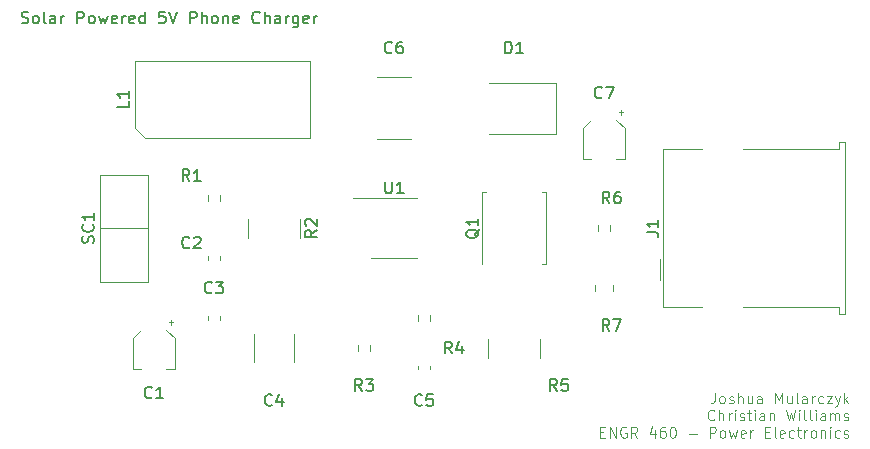
<source format=gbr>
%TF.GenerationSoftware,KiCad,Pcbnew,(6.0.4)*%
%TF.CreationDate,2022-04-26T23:43:02-07:00*%
%TF.ProjectId,SolarChargerV2,536f6c61-7243-4686-9172-67657256322e,rev?*%
%TF.SameCoordinates,Original*%
%TF.FileFunction,Legend,Top*%
%TF.FilePolarity,Positive*%
%FSLAX46Y46*%
G04 Gerber Fmt 4.6, Leading zero omitted, Abs format (unit mm)*
G04 Created by KiCad (PCBNEW (6.0.4)) date 2022-04-26 23:43:02*
%MOMM*%
%LPD*%
G01*
G04 APERTURE LIST*
%ADD10C,0.150000*%
%ADD11C,0.125000*%
%ADD12C,0.120000*%
G04 APERTURE END LIST*
D10*
X95473809Y-53744761D02*
X95616666Y-53792380D01*
X95854761Y-53792380D01*
X95950000Y-53744761D01*
X95997619Y-53697142D01*
X96045238Y-53601904D01*
X96045238Y-53506666D01*
X95997619Y-53411428D01*
X95950000Y-53363809D01*
X95854761Y-53316190D01*
X95664285Y-53268571D01*
X95569047Y-53220952D01*
X95521428Y-53173333D01*
X95473809Y-53078095D01*
X95473809Y-52982857D01*
X95521428Y-52887619D01*
X95569047Y-52840000D01*
X95664285Y-52792380D01*
X95902380Y-52792380D01*
X96045238Y-52840000D01*
X96616666Y-53792380D02*
X96521428Y-53744761D01*
X96473809Y-53697142D01*
X96426190Y-53601904D01*
X96426190Y-53316190D01*
X96473809Y-53220952D01*
X96521428Y-53173333D01*
X96616666Y-53125714D01*
X96759523Y-53125714D01*
X96854761Y-53173333D01*
X96902380Y-53220952D01*
X96950000Y-53316190D01*
X96950000Y-53601904D01*
X96902380Y-53697142D01*
X96854761Y-53744761D01*
X96759523Y-53792380D01*
X96616666Y-53792380D01*
X97521428Y-53792380D02*
X97426190Y-53744761D01*
X97378571Y-53649523D01*
X97378571Y-52792380D01*
X98330952Y-53792380D02*
X98330952Y-53268571D01*
X98283333Y-53173333D01*
X98188095Y-53125714D01*
X97997619Y-53125714D01*
X97902380Y-53173333D01*
X98330952Y-53744761D02*
X98235714Y-53792380D01*
X97997619Y-53792380D01*
X97902380Y-53744761D01*
X97854761Y-53649523D01*
X97854761Y-53554285D01*
X97902380Y-53459047D01*
X97997619Y-53411428D01*
X98235714Y-53411428D01*
X98330952Y-53363809D01*
X98807142Y-53792380D02*
X98807142Y-53125714D01*
X98807142Y-53316190D02*
X98854761Y-53220952D01*
X98902380Y-53173333D01*
X98997619Y-53125714D01*
X99092857Y-53125714D01*
X100188095Y-53792380D02*
X100188095Y-52792380D01*
X100569047Y-52792380D01*
X100664285Y-52840000D01*
X100711904Y-52887619D01*
X100759523Y-52982857D01*
X100759523Y-53125714D01*
X100711904Y-53220952D01*
X100664285Y-53268571D01*
X100569047Y-53316190D01*
X100188095Y-53316190D01*
X101330952Y-53792380D02*
X101235714Y-53744761D01*
X101188095Y-53697142D01*
X101140476Y-53601904D01*
X101140476Y-53316190D01*
X101188095Y-53220952D01*
X101235714Y-53173333D01*
X101330952Y-53125714D01*
X101473809Y-53125714D01*
X101569047Y-53173333D01*
X101616666Y-53220952D01*
X101664285Y-53316190D01*
X101664285Y-53601904D01*
X101616666Y-53697142D01*
X101569047Y-53744761D01*
X101473809Y-53792380D01*
X101330952Y-53792380D01*
X101997619Y-53125714D02*
X102188095Y-53792380D01*
X102378571Y-53316190D01*
X102569047Y-53792380D01*
X102759523Y-53125714D01*
X103521428Y-53744761D02*
X103426190Y-53792380D01*
X103235714Y-53792380D01*
X103140476Y-53744761D01*
X103092857Y-53649523D01*
X103092857Y-53268571D01*
X103140476Y-53173333D01*
X103235714Y-53125714D01*
X103426190Y-53125714D01*
X103521428Y-53173333D01*
X103569047Y-53268571D01*
X103569047Y-53363809D01*
X103092857Y-53459047D01*
X103997619Y-53792380D02*
X103997619Y-53125714D01*
X103997619Y-53316190D02*
X104045238Y-53220952D01*
X104092857Y-53173333D01*
X104188095Y-53125714D01*
X104283333Y-53125714D01*
X104997619Y-53744761D02*
X104902380Y-53792380D01*
X104711904Y-53792380D01*
X104616666Y-53744761D01*
X104569047Y-53649523D01*
X104569047Y-53268571D01*
X104616666Y-53173333D01*
X104711904Y-53125714D01*
X104902380Y-53125714D01*
X104997619Y-53173333D01*
X105045238Y-53268571D01*
X105045238Y-53363809D01*
X104569047Y-53459047D01*
X105902380Y-53792380D02*
X105902380Y-52792380D01*
X105902380Y-53744761D02*
X105807142Y-53792380D01*
X105616666Y-53792380D01*
X105521428Y-53744761D01*
X105473809Y-53697142D01*
X105426190Y-53601904D01*
X105426190Y-53316190D01*
X105473809Y-53220952D01*
X105521428Y-53173333D01*
X105616666Y-53125714D01*
X105807142Y-53125714D01*
X105902380Y-53173333D01*
X107616666Y-52792380D02*
X107140476Y-52792380D01*
X107092857Y-53268571D01*
X107140476Y-53220952D01*
X107235714Y-53173333D01*
X107473809Y-53173333D01*
X107569047Y-53220952D01*
X107616666Y-53268571D01*
X107664285Y-53363809D01*
X107664285Y-53601904D01*
X107616666Y-53697142D01*
X107569047Y-53744761D01*
X107473809Y-53792380D01*
X107235714Y-53792380D01*
X107140476Y-53744761D01*
X107092857Y-53697142D01*
X107950000Y-52792380D02*
X108283333Y-53792380D01*
X108616666Y-52792380D01*
X109711904Y-53792380D02*
X109711904Y-52792380D01*
X110092857Y-52792380D01*
X110188095Y-52840000D01*
X110235714Y-52887619D01*
X110283333Y-52982857D01*
X110283333Y-53125714D01*
X110235714Y-53220952D01*
X110188095Y-53268571D01*
X110092857Y-53316190D01*
X109711904Y-53316190D01*
X110711904Y-53792380D02*
X110711904Y-52792380D01*
X111140476Y-53792380D02*
X111140476Y-53268571D01*
X111092857Y-53173333D01*
X110997619Y-53125714D01*
X110854761Y-53125714D01*
X110759523Y-53173333D01*
X110711904Y-53220952D01*
X111759523Y-53792380D02*
X111664285Y-53744761D01*
X111616666Y-53697142D01*
X111569047Y-53601904D01*
X111569047Y-53316190D01*
X111616666Y-53220952D01*
X111664285Y-53173333D01*
X111759523Y-53125714D01*
X111902380Y-53125714D01*
X111997619Y-53173333D01*
X112045238Y-53220952D01*
X112092857Y-53316190D01*
X112092857Y-53601904D01*
X112045238Y-53697142D01*
X111997619Y-53744761D01*
X111902380Y-53792380D01*
X111759523Y-53792380D01*
X112521428Y-53125714D02*
X112521428Y-53792380D01*
X112521428Y-53220952D02*
X112569047Y-53173333D01*
X112664285Y-53125714D01*
X112807142Y-53125714D01*
X112902380Y-53173333D01*
X112950000Y-53268571D01*
X112950000Y-53792380D01*
X113807142Y-53744761D02*
X113711904Y-53792380D01*
X113521428Y-53792380D01*
X113426190Y-53744761D01*
X113378571Y-53649523D01*
X113378571Y-53268571D01*
X113426190Y-53173333D01*
X113521428Y-53125714D01*
X113711904Y-53125714D01*
X113807142Y-53173333D01*
X113854761Y-53268571D01*
X113854761Y-53363809D01*
X113378571Y-53459047D01*
X115616666Y-53697142D02*
X115569047Y-53744761D01*
X115426190Y-53792380D01*
X115330952Y-53792380D01*
X115188095Y-53744761D01*
X115092857Y-53649523D01*
X115045238Y-53554285D01*
X114997619Y-53363809D01*
X114997619Y-53220952D01*
X115045238Y-53030476D01*
X115092857Y-52935238D01*
X115188095Y-52840000D01*
X115330952Y-52792380D01*
X115426190Y-52792380D01*
X115569047Y-52840000D01*
X115616666Y-52887619D01*
X116045238Y-53792380D02*
X116045238Y-52792380D01*
X116473809Y-53792380D02*
X116473809Y-53268571D01*
X116426190Y-53173333D01*
X116330952Y-53125714D01*
X116188095Y-53125714D01*
X116092857Y-53173333D01*
X116045238Y-53220952D01*
X117378571Y-53792380D02*
X117378571Y-53268571D01*
X117330952Y-53173333D01*
X117235714Y-53125714D01*
X117045238Y-53125714D01*
X116949999Y-53173333D01*
X117378571Y-53744761D02*
X117283333Y-53792380D01*
X117045238Y-53792380D01*
X116949999Y-53744761D01*
X116902380Y-53649523D01*
X116902380Y-53554285D01*
X116949999Y-53459047D01*
X117045238Y-53411428D01*
X117283333Y-53411428D01*
X117378571Y-53363809D01*
X117854761Y-53792380D02*
X117854761Y-53125714D01*
X117854761Y-53316190D02*
X117902380Y-53220952D01*
X117949999Y-53173333D01*
X118045238Y-53125714D01*
X118140476Y-53125714D01*
X118902380Y-53125714D02*
X118902380Y-53935238D01*
X118854761Y-54030476D01*
X118807142Y-54078095D01*
X118711904Y-54125714D01*
X118569047Y-54125714D01*
X118473809Y-54078095D01*
X118902380Y-53744761D02*
X118807142Y-53792380D01*
X118616666Y-53792380D01*
X118521428Y-53744761D01*
X118473809Y-53697142D01*
X118426190Y-53601904D01*
X118426190Y-53316190D01*
X118473809Y-53220952D01*
X118521428Y-53173333D01*
X118616666Y-53125714D01*
X118807142Y-53125714D01*
X118902380Y-53173333D01*
X119759523Y-53744761D02*
X119664285Y-53792380D01*
X119473809Y-53792380D01*
X119378571Y-53744761D01*
X119330952Y-53649523D01*
X119330952Y-53268571D01*
X119378571Y-53173333D01*
X119473809Y-53125714D01*
X119664285Y-53125714D01*
X119759523Y-53173333D01*
X119807142Y-53268571D01*
X119807142Y-53363809D01*
X119330952Y-53459047D01*
X120235714Y-53792380D02*
X120235714Y-53125714D01*
X120235714Y-53316190D02*
X120283333Y-53220952D01*
X120330952Y-53173333D01*
X120426190Y-53125714D01*
X120521428Y-53125714D01*
D11*
X154168035Y-85053142D02*
X154168035Y-85696000D01*
X154125178Y-85824571D01*
X154039464Y-85910285D01*
X153910892Y-85953142D01*
X153825178Y-85953142D01*
X154725178Y-85953142D02*
X154639464Y-85910285D01*
X154596607Y-85867428D01*
X154553750Y-85781714D01*
X154553750Y-85524571D01*
X154596607Y-85438857D01*
X154639464Y-85396000D01*
X154725178Y-85353142D01*
X154853750Y-85353142D01*
X154939464Y-85396000D01*
X154982321Y-85438857D01*
X155025178Y-85524571D01*
X155025178Y-85781714D01*
X154982321Y-85867428D01*
X154939464Y-85910285D01*
X154853750Y-85953142D01*
X154725178Y-85953142D01*
X155368035Y-85910285D02*
X155453750Y-85953142D01*
X155625178Y-85953142D01*
X155710892Y-85910285D01*
X155753750Y-85824571D01*
X155753750Y-85781714D01*
X155710892Y-85696000D01*
X155625178Y-85653142D01*
X155496607Y-85653142D01*
X155410892Y-85610285D01*
X155368035Y-85524571D01*
X155368035Y-85481714D01*
X155410892Y-85396000D01*
X155496607Y-85353142D01*
X155625178Y-85353142D01*
X155710892Y-85396000D01*
X156139464Y-85953142D02*
X156139464Y-85053142D01*
X156525178Y-85953142D02*
X156525178Y-85481714D01*
X156482321Y-85396000D01*
X156396607Y-85353142D01*
X156268035Y-85353142D01*
X156182321Y-85396000D01*
X156139464Y-85438857D01*
X157339464Y-85353142D02*
X157339464Y-85953142D01*
X156953750Y-85353142D02*
X156953750Y-85824571D01*
X156996607Y-85910285D01*
X157082321Y-85953142D01*
X157210892Y-85953142D01*
X157296607Y-85910285D01*
X157339464Y-85867428D01*
X158153750Y-85953142D02*
X158153750Y-85481714D01*
X158110892Y-85396000D01*
X158025178Y-85353142D01*
X157853750Y-85353142D01*
X157768035Y-85396000D01*
X158153750Y-85910285D02*
X158068035Y-85953142D01*
X157853750Y-85953142D01*
X157768035Y-85910285D01*
X157725178Y-85824571D01*
X157725178Y-85738857D01*
X157768035Y-85653142D01*
X157853750Y-85610285D01*
X158068035Y-85610285D01*
X158153750Y-85567428D01*
X159268035Y-85953142D02*
X159268035Y-85053142D01*
X159568035Y-85696000D01*
X159868035Y-85053142D01*
X159868035Y-85953142D01*
X160682321Y-85353142D02*
X160682321Y-85953142D01*
X160296607Y-85353142D02*
X160296607Y-85824571D01*
X160339464Y-85910285D01*
X160425178Y-85953142D01*
X160553750Y-85953142D01*
X160639464Y-85910285D01*
X160682321Y-85867428D01*
X161239464Y-85953142D02*
X161153750Y-85910285D01*
X161110892Y-85824571D01*
X161110892Y-85053142D01*
X161968035Y-85953142D02*
X161968035Y-85481714D01*
X161925178Y-85396000D01*
X161839464Y-85353142D01*
X161668035Y-85353142D01*
X161582321Y-85396000D01*
X161968035Y-85910285D02*
X161882321Y-85953142D01*
X161668035Y-85953142D01*
X161582321Y-85910285D01*
X161539464Y-85824571D01*
X161539464Y-85738857D01*
X161582321Y-85653142D01*
X161668035Y-85610285D01*
X161882321Y-85610285D01*
X161968035Y-85567428D01*
X162396607Y-85953142D02*
X162396607Y-85353142D01*
X162396607Y-85524571D02*
X162439464Y-85438857D01*
X162482321Y-85396000D01*
X162568035Y-85353142D01*
X162653750Y-85353142D01*
X163339464Y-85910285D02*
X163253750Y-85953142D01*
X163082321Y-85953142D01*
X162996607Y-85910285D01*
X162953750Y-85867428D01*
X162910892Y-85781714D01*
X162910892Y-85524571D01*
X162953750Y-85438857D01*
X162996607Y-85396000D01*
X163082321Y-85353142D01*
X163253750Y-85353142D01*
X163339464Y-85396000D01*
X163639464Y-85353142D02*
X164110892Y-85353142D01*
X163639464Y-85953142D01*
X164110892Y-85953142D01*
X164368035Y-85353142D02*
X164582321Y-85953142D01*
X164796607Y-85353142D02*
X164582321Y-85953142D01*
X164496607Y-86167428D01*
X164453750Y-86210285D01*
X164368035Y-86253142D01*
X165139464Y-85953142D02*
X165139464Y-85053142D01*
X165225178Y-85610285D02*
X165482321Y-85953142D01*
X165482321Y-85353142D02*
X165139464Y-85696000D01*
X154125178Y-87316428D02*
X154082321Y-87359285D01*
X153953750Y-87402142D01*
X153868035Y-87402142D01*
X153739464Y-87359285D01*
X153653750Y-87273571D01*
X153610892Y-87187857D01*
X153568035Y-87016428D01*
X153568035Y-86887857D01*
X153610892Y-86716428D01*
X153653750Y-86630714D01*
X153739464Y-86545000D01*
X153868035Y-86502142D01*
X153953750Y-86502142D01*
X154082321Y-86545000D01*
X154125178Y-86587857D01*
X154510892Y-87402142D02*
X154510892Y-86502142D01*
X154896607Y-87402142D02*
X154896607Y-86930714D01*
X154853750Y-86845000D01*
X154768035Y-86802142D01*
X154639464Y-86802142D01*
X154553750Y-86845000D01*
X154510892Y-86887857D01*
X155325178Y-87402142D02*
X155325178Y-86802142D01*
X155325178Y-86973571D02*
X155368035Y-86887857D01*
X155410892Y-86845000D01*
X155496607Y-86802142D01*
X155582321Y-86802142D01*
X155882321Y-87402142D02*
X155882321Y-86802142D01*
X155882321Y-86502142D02*
X155839464Y-86545000D01*
X155882321Y-86587857D01*
X155925178Y-86545000D01*
X155882321Y-86502142D01*
X155882321Y-86587857D01*
X156268035Y-87359285D02*
X156353750Y-87402142D01*
X156525178Y-87402142D01*
X156610892Y-87359285D01*
X156653750Y-87273571D01*
X156653750Y-87230714D01*
X156610892Y-87145000D01*
X156525178Y-87102142D01*
X156396607Y-87102142D01*
X156310892Y-87059285D01*
X156268035Y-86973571D01*
X156268035Y-86930714D01*
X156310892Y-86845000D01*
X156396607Y-86802142D01*
X156525178Y-86802142D01*
X156610892Y-86845000D01*
X156910892Y-86802142D02*
X157253750Y-86802142D01*
X157039464Y-86502142D02*
X157039464Y-87273571D01*
X157082321Y-87359285D01*
X157168035Y-87402142D01*
X157253750Y-87402142D01*
X157553750Y-87402142D02*
X157553750Y-86802142D01*
X157553750Y-86502142D02*
X157510892Y-86545000D01*
X157553750Y-86587857D01*
X157596607Y-86545000D01*
X157553750Y-86502142D01*
X157553750Y-86587857D01*
X158368035Y-87402142D02*
X158368035Y-86930714D01*
X158325178Y-86845000D01*
X158239464Y-86802142D01*
X158068035Y-86802142D01*
X157982321Y-86845000D01*
X158368035Y-87359285D02*
X158282321Y-87402142D01*
X158068035Y-87402142D01*
X157982321Y-87359285D01*
X157939464Y-87273571D01*
X157939464Y-87187857D01*
X157982321Y-87102142D01*
X158068035Y-87059285D01*
X158282321Y-87059285D01*
X158368035Y-87016428D01*
X158796607Y-86802142D02*
X158796607Y-87402142D01*
X158796607Y-86887857D02*
X158839464Y-86845000D01*
X158925178Y-86802142D01*
X159053750Y-86802142D01*
X159139464Y-86845000D01*
X159182321Y-86930714D01*
X159182321Y-87402142D01*
X160210892Y-86502142D02*
X160425178Y-87402142D01*
X160596607Y-86759285D01*
X160768035Y-87402142D01*
X160982321Y-86502142D01*
X161325178Y-87402142D02*
X161325178Y-86802142D01*
X161325178Y-86502142D02*
X161282321Y-86545000D01*
X161325178Y-86587857D01*
X161368035Y-86545000D01*
X161325178Y-86502142D01*
X161325178Y-86587857D01*
X161882321Y-87402142D02*
X161796607Y-87359285D01*
X161753750Y-87273571D01*
X161753750Y-86502142D01*
X162353750Y-87402142D02*
X162268035Y-87359285D01*
X162225178Y-87273571D01*
X162225178Y-86502142D01*
X162696607Y-87402142D02*
X162696607Y-86802142D01*
X162696607Y-86502142D02*
X162653750Y-86545000D01*
X162696607Y-86587857D01*
X162739464Y-86545000D01*
X162696607Y-86502142D01*
X162696607Y-86587857D01*
X163510892Y-87402142D02*
X163510892Y-86930714D01*
X163468035Y-86845000D01*
X163382321Y-86802142D01*
X163210892Y-86802142D01*
X163125178Y-86845000D01*
X163510892Y-87359285D02*
X163425178Y-87402142D01*
X163210892Y-87402142D01*
X163125178Y-87359285D01*
X163082321Y-87273571D01*
X163082321Y-87187857D01*
X163125178Y-87102142D01*
X163210892Y-87059285D01*
X163425178Y-87059285D01*
X163510892Y-87016428D01*
X163939464Y-87402142D02*
X163939464Y-86802142D01*
X163939464Y-86887857D02*
X163982321Y-86845000D01*
X164068035Y-86802142D01*
X164196607Y-86802142D01*
X164282321Y-86845000D01*
X164325178Y-86930714D01*
X164325178Y-87402142D01*
X164325178Y-86930714D02*
X164368035Y-86845000D01*
X164453750Y-86802142D01*
X164582321Y-86802142D01*
X164668035Y-86845000D01*
X164710892Y-86930714D01*
X164710892Y-87402142D01*
X165096607Y-87359285D02*
X165182321Y-87402142D01*
X165353750Y-87402142D01*
X165439464Y-87359285D01*
X165482321Y-87273571D01*
X165482321Y-87230714D01*
X165439464Y-87145000D01*
X165353750Y-87102142D01*
X165225178Y-87102142D01*
X165139464Y-87059285D01*
X165096607Y-86973571D01*
X165096607Y-86930714D01*
X165139464Y-86845000D01*
X165225178Y-86802142D01*
X165353750Y-86802142D01*
X165439464Y-86845000D01*
X144439464Y-88379714D02*
X144739464Y-88379714D01*
X144868035Y-88851142D02*
X144439464Y-88851142D01*
X144439464Y-87951142D01*
X144868035Y-87951142D01*
X145253750Y-88851142D02*
X145253750Y-87951142D01*
X145768035Y-88851142D01*
X145768035Y-87951142D01*
X146668035Y-87994000D02*
X146582321Y-87951142D01*
X146453750Y-87951142D01*
X146325178Y-87994000D01*
X146239464Y-88079714D01*
X146196607Y-88165428D01*
X146153750Y-88336857D01*
X146153750Y-88465428D01*
X146196607Y-88636857D01*
X146239464Y-88722571D01*
X146325178Y-88808285D01*
X146453750Y-88851142D01*
X146539464Y-88851142D01*
X146668035Y-88808285D01*
X146710892Y-88765428D01*
X146710892Y-88465428D01*
X146539464Y-88465428D01*
X147610892Y-88851142D02*
X147310892Y-88422571D01*
X147096607Y-88851142D02*
X147096607Y-87951142D01*
X147439464Y-87951142D01*
X147525178Y-87994000D01*
X147568035Y-88036857D01*
X147610892Y-88122571D01*
X147610892Y-88251142D01*
X147568035Y-88336857D01*
X147525178Y-88379714D01*
X147439464Y-88422571D01*
X147096607Y-88422571D01*
X149068035Y-88251142D02*
X149068035Y-88851142D01*
X148853750Y-87908285D02*
X148639464Y-88551142D01*
X149196607Y-88551142D01*
X149925178Y-87951142D02*
X149753750Y-87951142D01*
X149668035Y-87994000D01*
X149625178Y-88036857D01*
X149539464Y-88165428D01*
X149496607Y-88336857D01*
X149496607Y-88679714D01*
X149539464Y-88765428D01*
X149582321Y-88808285D01*
X149668035Y-88851142D01*
X149839464Y-88851142D01*
X149925178Y-88808285D01*
X149968035Y-88765428D01*
X150010892Y-88679714D01*
X150010892Y-88465428D01*
X149968035Y-88379714D01*
X149925178Y-88336857D01*
X149839464Y-88294000D01*
X149668035Y-88294000D01*
X149582321Y-88336857D01*
X149539464Y-88379714D01*
X149496607Y-88465428D01*
X150568035Y-87951142D02*
X150653750Y-87951142D01*
X150739464Y-87994000D01*
X150782321Y-88036857D01*
X150825178Y-88122571D01*
X150868035Y-88294000D01*
X150868035Y-88508285D01*
X150825178Y-88679714D01*
X150782321Y-88765428D01*
X150739464Y-88808285D01*
X150653750Y-88851142D01*
X150568035Y-88851142D01*
X150482321Y-88808285D01*
X150439464Y-88765428D01*
X150396607Y-88679714D01*
X150353750Y-88508285D01*
X150353750Y-88294000D01*
X150396607Y-88122571D01*
X150439464Y-88036857D01*
X150482321Y-87994000D01*
X150568035Y-87951142D01*
X151939464Y-88508285D02*
X152625178Y-88508285D01*
X153739464Y-88851142D02*
X153739464Y-87951142D01*
X154082321Y-87951142D01*
X154168035Y-87994000D01*
X154210892Y-88036857D01*
X154253750Y-88122571D01*
X154253750Y-88251142D01*
X154210892Y-88336857D01*
X154168035Y-88379714D01*
X154082321Y-88422571D01*
X153739464Y-88422571D01*
X154768035Y-88851142D02*
X154682321Y-88808285D01*
X154639464Y-88765428D01*
X154596607Y-88679714D01*
X154596607Y-88422571D01*
X154639464Y-88336857D01*
X154682321Y-88294000D01*
X154768035Y-88251142D01*
X154896607Y-88251142D01*
X154982321Y-88294000D01*
X155025178Y-88336857D01*
X155068035Y-88422571D01*
X155068035Y-88679714D01*
X155025178Y-88765428D01*
X154982321Y-88808285D01*
X154896607Y-88851142D01*
X154768035Y-88851142D01*
X155368035Y-88251142D02*
X155539464Y-88851142D01*
X155710892Y-88422571D01*
X155882321Y-88851142D01*
X156053750Y-88251142D01*
X156739464Y-88808285D02*
X156653750Y-88851142D01*
X156482321Y-88851142D01*
X156396607Y-88808285D01*
X156353750Y-88722571D01*
X156353750Y-88379714D01*
X156396607Y-88294000D01*
X156482321Y-88251142D01*
X156653750Y-88251142D01*
X156739464Y-88294000D01*
X156782321Y-88379714D01*
X156782321Y-88465428D01*
X156353750Y-88551142D01*
X157168035Y-88851142D02*
X157168035Y-88251142D01*
X157168035Y-88422571D02*
X157210892Y-88336857D01*
X157253750Y-88294000D01*
X157339464Y-88251142D01*
X157425178Y-88251142D01*
X158410892Y-88379714D02*
X158710892Y-88379714D01*
X158839464Y-88851142D02*
X158410892Y-88851142D01*
X158410892Y-87951142D01*
X158839464Y-87951142D01*
X159353750Y-88851142D02*
X159268035Y-88808285D01*
X159225178Y-88722571D01*
X159225178Y-87951142D01*
X160039464Y-88808285D02*
X159953750Y-88851142D01*
X159782321Y-88851142D01*
X159696607Y-88808285D01*
X159653750Y-88722571D01*
X159653750Y-88379714D01*
X159696607Y-88294000D01*
X159782321Y-88251142D01*
X159953750Y-88251142D01*
X160039464Y-88294000D01*
X160082321Y-88379714D01*
X160082321Y-88465428D01*
X159653750Y-88551142D01*
X160853750Y-88808285D02*
X160768035Y-88851142D01*
X160596607Y-88851142D01*
X160510892Y-88808285D01*
X160468035Y-88765428D01*
X160425178Y-88679714D01*
X160425178Y-88422571D01*
X160468035Y-88336857D01*
X160510892Y-88294000D01*
X160596607Y-88251142D01*
X160768035Y-88251142D01*
X160853750Y-88294000D01*
X161110892Y-88251142D02*
X161453750Y-88251142D01*
X161239464Y-87951142D02*
X161239464Y-88722571D01*
X161282321Y-88808285D01*
X161368035Y-88851142D01*
X161453750Y-88851142D01*
X161753750Y-88851142D02*
X161753750Y-88251142D01*
X161753750Y-88422571D02*
X161796607Y-88336857D01*
X161839464Y-88294000D01*
X161925178Y-88251142D01*
X162010892Y-88251142D01*
X162439464Y-88851142D02*
X162353750Y-88808285D01*
X162310892Y-88765428D01*
X162268035Y-88679714D01*
X162268035Y-88422571D01*
X162310892Y-88336857D01*
X162353750Y-88294000D01*
X162439464Y-88251142D01*
X162568035Y-88251142D01*
X162653750Y-88294000D01*
X162696607Y-88336857D01*
X162739464Y-88422571D01*
X162739464Y-88679714D01*
X162696607Y-88765428D01*
X162653750Y-88808285D01*
X162568035Y-88851142D01*
X162439464Y-88851142D01*
X163125178Y-88251142D02*
X163125178Y-88851142D01*
X163125178Y-88336857D02*
X163168035Y-88294000D01*
X163253750Y-88251142D01*
X163382321Y-88251142D01*
X163468035Y-88294000D01*
X163510892Y-88379714D01*
X163510892Y-88851142D01*
X163939464Y-88851142D02*
X163939464Y-88251142D01*
X163939464Y-87951142D02*
X163896607Y-87994000D01*
X163939464Y-88036857D01*
X163982321Y-87994000D01*
X163939464Y-87951142D01*
X163939464Y-88036857D01*
X164753750Y-88808285D02*
X164668035Y-88851142D01*
X164496607Y-88851142D01*
X164410892Y-88808285D01*
X164368035Y-88765428D01*
X164325178Y-88679714D01*
X164325178Y-88422571D01*
X164368035Y-88336857D01*
X164410892Y-88294000D01*
X164496607Y-88251142D01*
X164668035Y-88251142D01*
X164753750Y-88294000D01*
X165096607Y-88808285D02*
X165182321Y-88851142D01*
X165353750Y-88851142D01*
X165439464Y-88808285D01*
X165482321Y-88722571D01*
X165482321Y-88679714D01*
X165439464Y-88594000D01*
X165353750Y-88551142D01*
X165225178Y-88551142D01*
X165139464Y-88508285D01*
X165096607Y-88422571D01*
X165096607Y-88379714D01*
X165139464Y-88294000D01*
X165225178Y-88251142D01*
X165353750Y-88251142D01*
X165439464Y-88294000D01*
D10*
%TO.C,SC1*%
X101544761Y-72381904D02*
X101592380Y-72239047D01*
X101592380Y-72000952D01*
X101544761Y-71905714D01*
X101497142Y-71858095D01*
X101401904Y-71810476D01*
X101306666Y-71810476D01*
X101211428Y-71858095D01*
X101163809Y-71905714D01*
X101116190Y-72000952D01*
X101068571Y-72191428D01*
X101020952Y-72286666D01*
X100973333Y-72334285D01*
X100878095Y-72381904D01*
X100782857Y-72381904D01*
X100687619Y-72334285D01*
X100640000Y-72286666D01*
X100592380Y-72191428D01*
X100592380Y-71953333D01*
X100640000Y-71810476D01*
X101497142Y-70810476D02*
X101544761Y-70858095D01*
X101592380Y-71000952D01*
X101592380Y-71096190D01*
X101544761Y-71239047D01*
X101449523Y-71334285D01*
X101354285Y-71381904D01*
X101163809Y-71429523D01*
X101020952Y-71429523D01*
X100830476Y-71381904D01*
X100735238Y-71334285D01*
X100640000Y-71239047D01*
X100592380Y-71096190D01*
X100592380Y-71000952D01*
X100640000Y-70858095D01*
X100687619Y-70810476D01*
X101592380Y-69858095D02*
X101592380Y-70429523D01*
X101592380Y-70143809D02*
X100592380Y-70143809D01*
X100735238Y-70239047D01*
X100830476Y-70334285D01*
X100878095Y-70429523D01*
%TO.C,D1*%
X136421904Y-56332380D02*
X136421904Y-55332380D01*
X136660000Y-55332380D01*
X136802857Y-55380000D01*
X136898095Y-55475238D01*
X136945714Y-55570476D01*
X136993333Y-55760952D01*
X136993333Y-55903809D01*
X136945714Y-56094285D01*
X136898095Y-56189523D01*
X136802857Y-56284761D01*
X136660000Y-56332380D01*
X136421904Y-56332380D01*
X137945714Y-56332380D02*
X137374285Y-56332380D01*
X137660000Y-56332380D02*
X137660000Y-55332380D01*
X137564761Y-55475238D01*
X137469523Y-55570476D01*
X137374285Y-55618095D01*
%TO.C,U1*%
X126238095Y-67172380D02*
X126238095Y-67981904D01*
X126285714Y-68077142D01*
X126333333Y-68124761D01*
X126428571Y-68172380D01*
X126619047Y-68172380D01*
X126714285Y-68124761D01*
X126761904Y-68077142D01*
X126809523Y-67981904D01*
X126809523Y-67172380D01*
X127809523Y-68172380D02*
X127238095Y-68172380D01*
X127523809Y-68172380D02*
X127523809Y-67172380D01*
X127428571Y-67315238D01*
X127333333Y-67410476D01*
X127238095Y-67458095D01*
%TO.C,L1*%
X104552380Y-60366666D02*
X104552380Y-60842857D01*
X103552380Y-60842857D01*
X104552380Y-59509523D02*
X104552380Y-60080952D01*
X104552380Y-59795238D02*
X103552380Y-59795238D01*
X103695238Y-59890476D01*
X103790476Y-59985714D01*
X103838095Y-60080952D01*
%TO.C,R2*%
X120472380Y-71286666D02*
X119996190Y-71620000D01*
X120472380Y-71858095D02*
X119472380Y-71858095D01*
X119472380Y-71477142D01*
X119520000Y-71381904D01*
X119567619Y-71334285D01*
X119662857Y-71286666D01*
X119805714Y-71286666D01*
X119900952Y-71334285D01*
X119948571Y-71381904D01*
X119996190Y-71477142D01*
X119996190Y-71858095D01*
X119567619Y-70905714D02*
X119520000Y-70858095D01*
X119472380Y-70762857D01*
X119472380Y-70524761D01*
X119520000Y-70429523D01*
X119567619Y-70381904D01*
X119662857Y-70334285D01*
X119758095Y-70334285D01*
X119900952Y-70381904D01*
X120472380Y-70953333D01*
X120472380Y-70334285D01*
%TO.C,R3*%
X124293333Y-84907380D02*
X123960000Y-84431190D01*
X123721904Y-84907380D02*
X123721904Y-83907380D01*
X124102857Y-83907380D01*
X124198095Y-83955000D01*
X124245714Y-84002619D01*
X124293333Y-84097857D01*
X124293333Y-84240714D01*
X124245714Y-84335952D01*
X124198095Y-84383571D01*
X124102857Y-84431190D01*
X123721904Y-84431190D01*
X124626666Y-83907380D02*
X125245714Y-83907380D01*
X124912380Y-84288333D01*
X125055238Y-84288333D01*
X125150476Y-84335952D01*
X125198095Y-84383571D01*
X125245714Y-84478809D01*
X125245714Y-84716904D01*
X125198095Y-84812142D01*
X125150476Y-84859761D01*
X125055238Y-84907380D01*
X124769523Y-84907380D01*
X124674285Y-84859761D01*
X124626666Y-84812142D01*
%TO.C,C6*%
X126833333Y-56237142D02*
X126785714Y-56284761D01*
X126642857Y-56332380D01*
X126547619Y-56332380D01*
X126404761Y-56284761D01*
X126309523Y-56189523D01*
X126261904Y-56094285D01*
X126214285Y-55903809D01*
X126214285Y-55760952D01*
X126261904Y-55570476D01*
X126309523Y-55475238D01*
X126404761Y-55380000D01*
X126547619Y-55332380D01*
X126642857Y-55332380D01*
X126785714Y-55380000D01*
X126833333Y-55427619D01*
X127690476Y-55332380D02*
X127500000Y-55332380D01*
X127404761Y-55380000D01*
X127357142Y-55427619D01*
X127261904Y-55570476D01*
X127214285Y-55760952D01*
X127214285Y-56141904D01*
X127261904Y-56237142D01*
X127309523Y-56284761D01*
X127404761Y-56332380D01*
X127595238Y-56332380D01*
X127690476Y-56284761D01*
X127738095Y-56237142D01*
X127785714Y-56141904D01*
X127785714Y-55903809D01*
X127738095Y-55808571D01*
X127690476Y-55760952D01*
X127595238Y-55713333D01*
X127404761Y-55713333D01*
X127309523Y-55760952D01*
X127261904Y-55808571D01*
X127214285Y-55903809D01*
%TO.C,R4*%
X131913333Y-81732380D02*
X131580000Y-81256190D01*
X131341904Y-81732380D02*
X131341904Y-80732380D01*
X131722857Y-80732380D01*
X131818095Y-80780000D01*
X131865714Y-80827619D01*
X131913333Y-80922857D01*
X131913333Y-81065714D01*
X131865714Y-81160952D01*
X131818095Y-81208571D01*
X131722857Y-81256190D01*
X131341904Y-81256190D01*
X132770476Y-81065714D02*
X132770476Y-81732380D01*
X132532380Y-80684761D02*
X132294285Y-81399047D01*
X132913333Y-81399047D01*
%TO.C,C3*%
X111593333Y-76557142D02*
X111545714Y-76604761D01*
X111402857Y-76652380D01*
X111307619Y-76652380D01*
X111164761Y-76604761D01*
X111069523Y-76509523D01*
X111021904Y-76414285D01*
X110974285Y-76223809D01*
X110974285Y-76080952D01*
X111021904Y-75890476D01*
X111069523Y-75795238D01*
X111164761Y-75700000D01*
X111307619Y-75652380D01*
X111402857Y-75652380D01*
X111545714Y-75700000D01*
X111593333Y-75747619D01*
X111926666Y-75652380D02*
X112545714Y-75652380D01*
X112212380Y-76033333D01*
X112355238Y-76033333D01*
X112450476Y-76080952D01*
X112498095Y-76128571D01*
X112545714Y-76223809D01*
X112545714Y-76461904D01*
X112498095Y-76557142D01*
X112450476Y-76604761D01*
X112355238Y-76652380D01*
X112069523Y-76652380D01*
X111974285Y-76604761D01*
X111926666Y-76557142D01*
%TO.C,C2*%
X109688333Y-72747142D02*
X109640714Y-72794761D01*
X109497857Y-72842380D01*
X109402619Y-72842380D01*
X109259761Y-72794761D01*
X109164523Y-72699523D01*
X109116904Y-72604285D01*
X109069285Y-72413809D01*
X109069285Y-72270952D01*
X109116904Y-72080476D01*
X109164523Y-71985238D01*
X109259761Y-71890000D01*
X109402619Y-71842380D01*
X109497857Y-71842380D01*
X109640714Y-71890000D01*
X109688333Y-71937619D01*
X110069285Y-71937619D02*
X110116904Y-71890000D01*
X110212142Y-71842380D01*
X110450238Y-71842380D01*
X110545476Y-71890000D01*
X110593095Y-71937619D01*
X110640714Y-72032857D01*
X110640714Y-72128095D01*
X110593095Y-72270952D01*
X110021666Y-72842380D01*
X110640714Y-72842380D01*
%TO.C,R1*%
X109688333Y-67127380D02*
X109355000Y-66651190D01*
X109116904Y-67127380D02*
X109116904Y-66127380D01*
X109497857Y-66127380D01*
X109593095Y-66175000D01*
X109640714Y-66222619D01*
X109688333Y-66317857D01*
X109688333Y-66460714D01*
X109640714Y-66555952D01*
X109593095Y-66603571D01*
X109497857Y-66651190D01*
X109116904Y-66651190D01*
X110640714Y-67127380D02*
X110069285Y-67127380D01*
X110355000Y-67127380D02*
X110355000Y-66127380D01*
X110259761Y-66270238D01*
X110164523Y-66365476D01*
X110069285Y-66413095D01*
%TO.C,R6*%
X145248333Y-69032380D02*
X144915000Y-68556190D01*
X144676904Y-69032380D02*
X144676904Y-68032380D01*
X145057857Y-68032380D01*
X145153095Y-68080000D01*
X145200714Y-68127619D01*
X145248333Y-68222857D01*
X145248333Y-68365714D01*
X145200714Y-68460952D01*
X145153095Y-68508571D01*
X145057857Y-68556190D01*
X144676904Y-68556190D01*
X146105476Y-68032380D02*
X145915000Y-68032380D01*
X145819761Y-68080000D01*
X145772142Y-68127619D01*
X145676904Y-68270476D01*
X145629285Y-68460952D01*
X145629285Y-68841904D01*
X145676904Y-68937142D01*
X145724523Y-68984761D01*
X145819761Y-69032380D01*
X146010238Y-69032380D01*
X146105476Y-68984761D01*
X146153095Y-68937142D01*
X146200714Y-68841904D01*
X146200714Y-68603809D01*
X146153095Y-68508571D01*
X146105476Y-68460952D01*
X146010238Y-68413333D01*
X145819761Y-68413333D01*
X145724523Y-68460952D01*
X145676904Y-68508571D01*
X145629285Y-68603809D01*
%TO.C,C1*%
X106513333Y-85447142D02*
X106465714Y-85494761D01*
X106322857Y-85542380D01*
X106227619Y-85542380D01*
X106084761Y-85494761D01*
X105989523Y-85399523D01*
X105941904Y-85304285D01*
X105894285Y-85113809D01*
X105894285Y-84970952D01*
X105941904Y-84780476D01*
X105989523Y-84685238D01*
X106084761Y-84590000D01*
X106227619Y-84542380D01*
X106322857Y-84542380D01*
X106465714Y-84590000D01*
X106513333Y-84637619D01*
X107465714Y-85542380D02*
X106894285Y-85542380D01*
X107180000Y-85542380D02*
X107180000Y-84542380D01*
X107084761Y-84685238D01*
X106989523Y-84780476D01*
X106894285Y-84828095D01*
%TO.C,R7*%
X145248333Y-79827380D02*
X144915000Y-79351190D01*
X144676904Y-79827380D02*
X144676904Y-78827380D01*
X145057857Y-78827380D01*
X145153095Y-78875000D01*
X145200714Y-78922619D01*
X145248333Y-79017857D01*
X145248333Y-79160714D01*
X145200714Y-79255952D01*
X145153095Y-79303571D01*
X145057857Y-79351190D01*
X144676904Y-79351190D01*
X145581666Y-78827380D02*
X146248333Y-78827380D01*
X145819761Y-79827380D01*
%TO.C,Q1*%
X134207619Y-71215238D02*
X134160000Y-71310476D01*
X134064761Y-71405714D01*
X133921904Y-71548571D01*
X133874285Y-71643809D01*
X133874285Y-71739047D01*
X134112380Y-71691428D02*
X134064761Y-71786666D01*
X133969523Y-71881904D01*
X133779047Y-71929523D01*
X133445714Y-71929523D01*
X133255238Y-71881904D01*
X133160000Y-71786666D01*
X133112380Y-71691428D01*
X133112380Y-71500952D01*
X133160000Y-71405714D01*
X133255238Y-71310476D01*
X133445714Y-71262857D01*
X133779047Y-71262857D01*
X133969523Y-71310476D01*
X134064761Y-71405714D01*
X134112380Y-71500952D01*
X134112380Y-71691428D01*
X134112380Y-70310476D02*
X134112380Y-70881904D01*
X134112380Y-70596190D02*
X133112380Y-70596190D01*
X133255238Y-70691428D01*
X133350476Y-70786666D01*
X133398095Y-70881904D01*
%TO.C,J1*%
X148382380Y-71453333D02*
X149096666Y-71453333D01*
X149239523Y-71500952D01*
X149334761Y-71596190D01*
X149382380Y-71739047D01*
X149382380Y-71834285D01*
X149382380Y-70453333D02*
X149382380Y-71024761D01*
X149382380Y-70739047D02*
X148382380Y-70739047D01*
X148525238Y-70834285D01*
X148620476Y-70929523D01*
X148668095Y-71024761D01*
%TO.C,C7*%
X144613333Y-60047142D02*
X144565714Y-60094761D01*
X144422857Y-60142380D01*
X144327619Y-60142380D01*
X144184761Y-60094761D01*
X144089523Y-59999523D01*
X144041904Y-59904285D01*
X143994285Y-59713809D01*
X143994285Y-59570952D01*
X144041904Y-59380476D01*
X144089523Y-59285238D01*
X144184761Y-59190000D01*
X144327619Y-59142380D01*
X144422857Y-59142380D01*
X144565714Y-59190000D01*
X144613333Y-59237619D01*
X144946666Y-59142380D02*
X145613333Y-59142380D01*
X145184761Y-60142380D01*
%TO.C,C5*%
X129373333Y-86082142D02*
X129325714Y-86129761D01*
X129182857Y-86177380D01*
X129087619Y-86177380D01*
X128944761Y-86129761D01*
X128849523Y-86034523D01*
X128801904Y-85939285D01*
X128754285Y-85748809D01*
X128754285Y-85605952D01*
X128801904Y-85415476D01*
X128849523Y-85320238D01*
X128944761Y-85225000D01*
X129087619Y-85177380D01*
X129182857Y-85177380D01*
X129325714Y-85225000D01*
X129373333Y-85272619D01*
X130278095Y-85177380D02*
X129801904Y-85177380D01*
X129754285Y-85653571D01*
X129801904Y-85605952D01*
X129897142Y-85558333D01*
X130135238Y-85558333D01*
X130230476Y-85605952D01*
X130278095Y-85653571D01*
X130325714Y-85748809D01*
X130325714Y-85986904D01*
X130278095Y-86082142D01*
X130230476Y-86129761D01*
X130135238Y-86177380D01*
X129897142Y-86177380D01*
X129801904Y-86129761D01*
X129754285Y-86082142D01*
%TO.C,C4*%
X116673333Y-86082142D02*
X116625714Y-86129761D01*
X116482857Y-86177380D01*
X116387619Y-86177380D01*
X116244761Y-86129761D01*
X116149523Y-86034523D01*
X116101904Y-85939285D01*
X116054285Y-85748809D01*
X116054285Y-85605952D01*
X116101904Y-85415476D01*
X116149523Y-85320238D01*
X116244761Y-85225000D01*
X116387619Y-85177380D01*
X116482857Y-85177380D01*
X116625714Y-85225000D01*
X116673333Y-85272619D01*
X117530476Y-85510714D02*
X117530476Y-86177380D01*
X117292380Y-85129761D02*
X117054285Y-85844047D01*
X117673333Y-85844047D01*
%TO.C,R5*%
X140803333Y-84907380D02*
X140470000Y-84431190D01*
X140231904Y-84907380D02*
X140231904Y-83907380D01*
X140612857Y-83907380D01*
X140708095Y-83955000D01*
X140755714Y-84002619D01*
X140803333Y-84097857D01*
X140803333Y-84240714D01*
X140755714Y-84335952D01*
X140708095Y-84383571D01*
X140612857Y-84431190D01*
X140231904Y-84431190D01*
X141708095Y-83907380D02*
X141231904Y-83907380D01*
X141184285Y-84383571D01*
X141231904Y-84335952D01*
X141327142Y-84288333D01*
X141565238Y-84288333D01*
X141660476Y-84335952D01*
X141708095Y-84383571D01*
X141755714Y-84478809D01*
X141755714Y-84716904D01*
X141708095Y-84812142D01*
X141660476Y-84859761D01*
X141565238Y-84907380D01*
X141327142Y-84907380D01*
X141231904Y-84859761D01*
X141184285Y-84812142D01*
D12*
%TO.C,SC1*%
X106140000Y-75660000D02*
X102140000Y-75660000D01*
X106140000Y-71120000D02*
X102140000Y-71120000D01*
X106140000Y-66580000D02*
X106140000Y-75660000D01*
X102140000Y-66580000D02*
X106140000Y-66580000D01*
X102140000Y-75660000D02*
X102140000Y-66580000D01*
%TO.C,D1*%
X140710000Y-58810000D02*
X135010000Y-58810000D01*
X140710000Y-63110000D02*
X140710000Y-58810000D01*
X140710000Y-63110000D02*
X135010000Y-63110000D01*
%TO.C,U1*%
X127000000Y-73680000D02*
X128950000Y-73680000D01*
X127000000Y-73680000D02*
X125050000Y-73680000D01*
X127000000Y-68560000D02*
X123550000Y-68560000D01*
X127000000Y-68560000D02*
X128950000Y-68560000D01*
%TO.C,L1*%
X105900000Y-63450000D02*
X105100000Y-62650000D01*
X119900000Y-56950000D02*
X119900000Y-63450000D01*
X105100000Y-62650000D02*
X105100000Y-56950000D01*
X119900000Y-63450000D02*
X105900000Y-63450000D01*
X105100000Y-56950000D02*
X119900000Y-56950000D01*
%TO.C,R2*%
X119050000Y-70322631D02*
X119050000Y-71917369D01*
X114630000Y-70322631D02*
X114630000Y-71917369D01*
%TO.C,R3*%
X123937500Y-81025276D02*
X123937500Y-81534724D01*
X124982500Y-81025276D02*
X124982500Y-81534724D01*
%TO.C,C6*%
X125584252Y-63570000D02*
X128415748Y-63570000D01*
X125584252Y-58350000D02*
X128415748Y-58350000D01*
%TO.C,R4*%
X130062500Y-78485276D02*
X130062500Y-78994724D01*
X129017500Y-78485276D02*
X129017500Y-78994724D01*
%TO.C,C3*%
X111250000Y-78593733D02*
X111250000Y-78886267D01*
X112270000Y-78593733D02*
X112270000Y-78886267D01*
%TO.C,C2*%
X112270000Y-73513733D02*
X112270000Y-73806267D01*
X111250000Y-73513733D02*
X111250000Y-73806267D01*
%TO.C,R1*%
X111237500Y-68325276D02*
X111237500Y-68834724D01*
X112282500Y-68325276D02*
X112282500Y-68834724D01*
%TO.C,R6*%
X144257500Y-70865276D02*
X144257500Y-71374724D01*
X145302500Y-70865276D02*
X145302500Y-71374724D01*
%TO.C,C1*%
X107740000Y-79709437D02*
X108440000Y-80409437D01*
X104920000Y-83040000D02*
X105620000Y-83040000D01*
X108302500Y-79092500D02*
X107927500Y-79092500D01*
X105620000Y-79709437D02*
X104920000Y-80409437D01*
X104920000Y-80409437D02*
X104920000Y-83040000D01*
X108440000Y-80409437D02*
X108440000Y-83040000D01*
X108440000Y-83040000D02*
X107740000Y-83040000D01*
X108115000Y-78905000D02*
X108115000Y-79280000D01*
%TO.C,R7*%
X144045000Y-75972936D02*
X144045000Y-76427064D01*
X145515000Y-75972936D02*
X145515000Y-76427064D01*
%TO.C,Q1*%
X139495000Y-74180000D02*
X139845000Y-74180000D01*
X139845000Y-68060000D02*
X139845000Y-74180000D01*
X134775000Y-68060000D02*
X134475000Y-68060000D01*
X134475000Y-68060000D02*
X134475000Y-74180000D01*
X139545000Y-68060000D02*
X139845000Y-68060000D01*
%TO.C,J1*%
X165220000Y-63810000D02*
X164700000Y-63810000D01*
X164700000Y-63810000D02*
X164700000Y-64460000D01*
X164700000Y-77780000D02*
X164700000Y-78430000D01*
X149740000Y-64460000D02*
X153070000Y-64460000D01*
X156590000Y-64460000D02*
X164700000Y-64460000D01*
X149740000Y-77780000D02*
X149740000Y-64460000D01*
X149520000Y-75520000D02*
X149520000Y-73720000D01*
X164700000Y-77780000D02*
X156590000Y-77780000D01*
X149740000Y-77780000D02*
X153070000Y-77780000D01*
X165220000Y-78430000D02*
X165220000Y-63810000D01*
X164700000Y-78430000D02*
X165220000Y-78430000D01*
%TO.C,C7*%
X146402500Y-61312500D02*
X146027500Y-61312500D01*
X146540000Y-62629437D02*
X146540000Y-65260000D01*
X146540000Y-65260000D02*
X145840000Y-65260000D01*
X146215000Y-61125000D02*
X146215000Y-61500000D01*
X145840000Y-61929437D02*
X146540000Y-62629437D01*
X143720000Y-61929437D02*
X143020000Y-62629437D01*
X143020000Y-65260000D02*
X143720000Y-65260000D01*
X143020000Y-62629437D02*
X143020000Y-65260000D01*
%TO.C,C5*%
X129030000Y-82761233D02*
X129030000Y-83053767D01*
X130050000Y-82761233D02*
X130050000Y-83053767D01*
%TO.C,C4*%
X115130000Y-80118748D02*
X115130000Y-82441252D01*
X118550000Y-80118748D02*
X118550000Y-82441252D01*
%TO.C,R5*%
X139370000Y-80482631D02*
X139370000Y-82077369D01*
X134950000Y-80482631D02*
X134950000Y-82077369D01*
%TD*%
M02*

</source>
